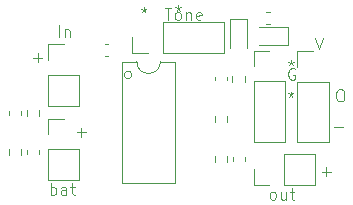
<source format=gbr>
%TF.GenerationSoftware,KiCad,Pcbnew,8.0.6*%
%TF.CreationDate,2024-12-31T17:28:59-06:00*%
%TF.ProjectId,OpAmpDistortion,4f70416d-7044-4697-9374-6f7274696f6e,rev?*%
%TF.SameCoordinates,Original*%
%TF.FileFunction,Legend,Top*%
%TF.FilePolarity,Positive*%
%FSLAX46Y46*%
G04 Gerber Fmt 4.6, Leading zero omitted, Abs format (unit mm)*
G04 Created by KiCad (PCBNEW 8.0.6) date 2024-12-31 17:28:59*
%MOMM*%
%LPD*%
G01*
G04 APERTURE LIST*
%ADD10C,0.100000*%
%ADD11C,0.120000*%
G04 APERTURE END LIST*
D10*
X152764227Y-85934419D02*
X153097560Y-86934419D01*
X153097560Y-86934419D02*
X153430893Y-85934419D01*
X153343884Y-97271466D02*
X154105789Y-97271466D01*
X153724836Y-97652419D02*
X153724836Y-96890514D01*
X149126741Y-99642419D02*
X149031503Y-99594800D01*
X149031503Y-99594800D02*
X148983884Y-99547180D01*
X148983884Y-99547180D02*
X148936265Y-99451942D01*
X148936265Y-99451942D02*
X148936265Y-99166228D01*
X148936265Y-99166228D02*
X148983884Y-99070990D01*
X148983884Y-99070990D02*
X149031503Y-99023371D01*
X149031503Y-99023371D02*
X149126741Y-98975752D01*
X149126741Y-98975752D02*
X149269598Y-98975752D01*
X149269598Y-98975752D02*
X149364836Y-99023371D01*
X149364836Y-99023371D02*
X149412455Y-99070990D01*
X149412455Y-99070990D02*
X149460074Y-99166228D01*
X149460074Y-99166228D02*
X149460074Y-99451942D01*
X149460074Y-99451942D02*
X149412455Y-99547180D01*
X149412455Y-99547180D02*
X149364836Y-99594800D01*
X149364836Y-99594800D02*
X149269598Y-99642419D01*
X149269598Y-99642419D02*
X149126741Y-99642419D01*
X150317217Y-98975752D02*
X150317217Y-99642419D01*
X149888646Y-98975752D02*
X149888646Y-99499561D01*
X149888646Y-99499561D02*
X149936265Y-99594800D01*
X149936265Y-99594800D02*
X150031503Y-99642419D01*
X150031503Y-99642419D02*
X150174360Y-99642419D01*
X150174360Y-99642419D02*
X150269598Y-99594800D01*
X150269598Y-99594800D02*
X150317217Y-99547180D01*
X150650551Y-98975752D02*
X151031503Y-98975752D01*
X150793408Y-98642419D02*
X150793408Y-99499561D01*
X150793408Y-99499561D02*
X150841027Y-99594800D01*
X150841027Y-99594800D02*
X150936265Y-99642419D01*
X150936265Y-99642419D02*
X151031503Y-99642419D01*
X154403884Y-93531466D02*
X155165789Y-93531466D01*
X150706741Y-90512419D02*
X150706741Y-90750514D01*
X150468646Y-90655276D02*
X150706741Y-90750514D01*
X150706741Y-90750514D02*
X150944836Y-90655276D01*
X150563884Y-90940990D02*
X150706741Y-90750514D01*
X150706741Y-90750514D02*
X150849598Y-90940990D01*
X150746741Y-87852419D02*
X150746741Y-88090514D01*
X150508646Y-87995276D02*
X150746741Y-88090514D01*
X150746741Y-88090514D02*
X150984836Y-87995276D01*
X150603884Y-88280990D02*
X150746741Y-88090514D01*
X150746741Y-88090514D02*
X150889598Y-88280990D01*
X151057693Y-88565038D02*
X150962455Y-88517419D01*
X150962455Y-88517419D02*
X150819598Y-88517419D01*
X150819598Y-88517419D02*
X150676741Y-88565038D01*
X150676741Y-88565038D02*
X150581503Y-88660276D01*
X150581503Y-88660276D02*
X150533884Y-88755514D01*
X150533884Y-88755514D02*
X150486265Y-88945990D01*
X150486265Y-88945990D02*
X150486265Y-89088847D01*
X150486265Y-89088847D02*
X150533884Y-89279323D01*
X150533884Y-89279323D02*
X150581503Y-89374561D01*
X150581503Y-89374561D02*
X150676741Y-89469800D01*
X150676741Y-89469800D02*
X150819598Y-89517419D01*
X150819598Y-89517419D02*
X150914836Y-89517419D01*
X150914836Y-89517419D02*
X151057693Y-89469800D01*
X151057693Y-89469800D02*
X151105312Y-89422180D01*
X151105312Y-89422180D02*
X151105312Y-89088847D01*
X151105312Y-89088847D02*
X150914836Y-89088847D01*
X140051027Y-83442419D02*
X140622455Y-83442419D01*
X140336741Y-84442419D02*
X140336741Y-83442419D01*
X141098646Y-84442419D02*
X141003408Y-84394800D01*
X141003408Y-84394800D02*
X140955789Y-84347180D01*
X140955789Y-84347180D02*
X140908170Y-84251942D01*
X140908170Y-84251942D02*
X140908170Y-83966228D01*
X140908170Y-83966228D02*
X140955789Y-83870990D01*
X140955789Y-83870990D02*
X141003408Y-83823371D01*
X141003408Y-83823371D02*
X141098646Y-83775752D01*
X141098646Y-83775752D02*
X141241503Y-83775752D01*
X141241503Y-83775752D02*
X141336741Y-83823371D01*
X141336741Y-83823371D02*
X141384360Y-83870990D01*
X141384360Y-83870990D02*
X141431979Y-83966228D01*
X141431979Y-83966228D02*
X141431979Y-84251942D01*
X141431979Y-84251942D02*
X141384360Y-84347180D01*
X141384360Y-84347180D02*
X141336741Y-84394800D01*
X141336741Y-84394800D02*
X141241503Y-84442419D01*
X141241503Y-84442419D02*
X141098646Y-84442419D01*
X141860551Y-83775752D02*
X141860551Y-84442419D01*
X141860551Y-83870990D02*
X141908170Y-83823371D01*
X141908170Y-83823371D02*
X142003408Y-83775752D01*
X142003408Y-83775752D02*
X142146265Y-83775752D01*
X142146265Y-83775752D02*
X142241503Y-83823371D01*
X142241503Y-83823371D02*
X142289122Y-83918609D01*
X142289122Y-83918609D02*
X142289122Y-84442419D01*
X143146265Y-84394800D02*
X143051027Y-84442419D01*
X143051027Y-84442419D02*
X142860551Y-84442419D01*
X142860551Y-84442419D02*
X142765313Y-84394800D01*
X142765313Y-84394800D02*
X142717694Y-84299561D01*
X142717694Y-84299561D02*
X142717694Y-83918609D01*
X142717694Y-83918609D02*
X142765313Y-83823371D01*
X142765313Y-83823371D02*
X142860551Y-83775752D01*
X142860551Y-83775752D02*
X143051027Y-83775752D01*
X143051027Y-83775752D02*
X143146265Y-83823371D01*
X143146265Y-83823371D02*
X143193884Y-83918609D01*
X143193884Y-83918609D02*
X143193884Y-84013847D01*
X143193884Y-84013847D02*
X142717694Y-84109085D01*
X141196741Y-83212419D02*
X141196741Y-83450514D01*
X140958646Y-83355276D02*
X141196741Y-83450514D01*
X141196741Y-83450514D02*
X141434836Y-83355276D01*
X141053884Y-83640990D02*
X141196741Y-83450514D01*
X141196741Y-83450514D02*
X141339598Y-83640990D01*
X138256741Y-83352419D02*
X138256741Y-83590514D01*
X138018646Y-83495276D02*
X138256741Y-83590514D01*
X138256741Y-83590514D02*
X138494836Y-83495276D01*
X138113884Y-83780990D02*
X138256741Y-83590514D01*
X138256741Y-83590514D02*
X138399598Y-83780990D01*
X137275576Y-89095576D02*
G75*
G02*
X136624424Y-89095576I-325576J0D01*
G01*
X136624424Y-89095576D02*
G75*
G02*
X137275576Y-89095576I325576J0D01*
G01*
X128933884Y-87641466D02*
X129695789Y-87641466D01*
X129314836Y-88022419D02*
X129314836Y-87260514D01*
X131103884Y-85902419D02*
X131103884Y-84902419D01*
X131580074Y-85235752D02*
X131580074Y-85902419D01*
X131580074Y-85330990D02*
X131627693Y-85283371D01*
X131627693Y-85283371D02*
X131722931Y-85235752D01*
X131722931Y-85235752D02*
X131865788Y-85235752D01*
X131865788Y-85235752D02*
X131961026Y-85283371D01*
X131961026Y-85283371D02*
X132008645Y-85378609D01*
X132008645Y-85378609D02*
X132008645Y-85902419D01*
X132613884Y-93961466D02*
X133375789Y-93961466D01*
X132994836Y-94342419D02*
X132994836Y-93580514D01*
X130393884Y-99252419D02*
X130393884Y-98252419D01*
X130393884Y-98633371D02*
X130489122Y-98585752D01*
X130489122Y-98585752D02*
X130679598Y-98585752D01*
X130679598Y-98585752D02*
X130774836Y-98633371D01*
X130774836Y-98633371D02*
X130822455Y-98680990D01*
X130822455Y-98680990D02*
X130870074Y-98776228D01*
X130870074Y-98776228D02*
X130870074Y-99061942D01*
X130870074Y-99061942D02*
X130822455Y-99157180D01*
X130822455Y-99157180D02*
X130774836Y-99204800D01*
X130774836Y-99204800D02*
X130679598Y-99252419D01*
X130679598Y-99252419D02*
X130489122Y-99252419D01*
X130489122Y-99252419D02*
X130393884Y-99204800D01*
X131727217Y-99252419D02*
X131727217Y-98728609D01*
X131727217Y-98728609D02*
X131679598Y-98633371D01*
X131679598Y-98633371D02*
X131584360Y-98585752D01*
X131584360Y-98585752D02*
X131393884Y-98585752D01*
X131393884Y-98585752D02*
X131298646Y-98633371D01*
X131727217Y-99204800D02*
X131631979Y-99252419D01*
X131631979Y-99252419D02*
X131393884Y-99252419D01*
X131393884Y-99252419D02*
X131298646Y-99204800D01*
X131298646Y-99204800D02*
X131251027Y-99109561D01*
X131251027Y-99109561D02*
X131251027Y-99014323D01*
X131251027Y-99014323D02*
X131298646Y-98919085D01*
X131298646Y-98919085D02*
X131393884Y-98871466D01*
X131393884Y-98871466D02*
X131631979Y-98871466D01*
X131631979Y-98871466D02*
X131727217Y-98823847D01*
X132060551Y-98585752D02*
X132441503Y-98585752D01*
X132203408Y-98252419D02*
X132203408Y-99109561D01*
X132203408Y-99109561D02*
X132251027Y-99204800D01*
X132251027Y-99204800D02*
X132346265Y-99252419D01*
X132346265Y-99252419D02*
X132441503Y-99252419D01*
X154824360Y-90322419D02*
X155014836Y-90322419D01*
X155014836Y-90322419D02*
X155110074Y-90370038D01*
X155110074Y-90370038D02*
X155205312Y-90465276D01*
X155205312Y-90465276D02*
X155252931Y-90655752D01*
X155252931Y-90655752D02*
X155252931Y-90989085D01*
X155252931Y-90989085D02*
X155205312Y-91179561D01*
X155205312Y-91179561D02*
X155110074Y-91274800D01*
X155110074Y-91274800D02*
X155014836Y-91322419D01*
X155014836Y-91322419D02*
X154824360Y-91322419D01*
X154824360Y-91322419D02*
X154729122Y-91274800D01*
X154729122Y-91274800D02*
X154633884Y-91179561D01*
X154633884Y-91179561D02*
X154586265Y-90989085D01*
X154586265Y-90989085D02*
X154586265Y-90655752D01*
X154586265Y-90655752D02*
X154633884Y-90465276D01*
X154633884Y-90465276D02*
X154729122Y-90370038D01*
X154729122Y-90370038D02*
X154824360Y-90322419D01*
D11*
%TO.C,RV1*%
X147570000Y-87045000D02*
X148900000Y-87045000D01*
X147570000Y-88375000D02*
X147570000Y-87045000D01*
X147570000Y-89645000D02*
X147570000Y-94785000D01*
X147570000Y-89645000D02*
X150230000Y-89645000D01*
X147570000Y-94785000D02*
X150230000Y-94785000D01*
X150230000Y-89645000D02*
X150230000Y-94785000D01*
%TO.C,C6*%
X148946267Y-83790000D02*
X148653733Y-83790000D01*
X148946267Y-84810000D02*
X148653733Y-84810000D01*
%TO.C,D1*%
X148000000Y-86535000D02*
X150460000Y-86535000D01*
X150460000Y-85065000D02*
X148000000Y-85065000D01*
X150460000Y-86535000D02*
X150460000Y-85065000D01*
%TO.C,C4*%
X145790000Y-96053733D02*
X145790000Y-96346267D01*
X146810000Y-96053733D02*
X146810000Y-96346267D01*
%TO.C,RV3*%
X137290000Y-87230000D02*
X137290000Y-85900000D01*
X138620000Y-87230000D02*
X137290000Y-87230000D01*
X139890000Y-84570000D02*
X145030000Y-84570000D01*
X139890000Y-87230000D02*
X139890000Y-84570000D01*
X139890000Y-87230000D02*
X145030000Y-87230000D01*
X145030000Y-87230000D02*
X145030000Y-84570000D01*
%TO.C,J1*%
X130170000Y-86495000D02*
X131500000Y-86495000D01*
X130170000Y-87825000D02*
X130170000Y-86495000D01*
X130170000Y-89095000D02*
X130170000Y-91695000D01*
X130170000Y-89095000D02*
X132830000Y-89095000D01*
X130170000Y-91695000D02*
X132830000Y-91695000D01*
X132830000Y-89095000D02*
X132830000Y-91695000D01*
%TO.C,R4*%
X144277500Y-93054724D02*
X144277500Y-92545276D01*
X145322500Y-93054724D02*
X145322500Y-92545276D01*
%TO.C,U1*%
X136435000Y-87970000D02*
X136435000Y-98250000D01*
X136435000Y-98250000D02*
X140935000Y-98250000D01*
X137685000Y-87970000D02*
X136435000Y-87970000D01*
X140935000Y-87970000D02*
X139685000Y-87970000D01*
X140935000Y-98250000D02*
X140935000Y-87970000D01*
X139685000Y-87970000D02*
G75*
G02*
X137685000Y-87970000I-1000000J0D01*
G01*
%TO.C,R3*%
X144277500Y-96454724D02*
X144277500Y-95945276D01*
X145322500Y-96454724D02*
X145322500Y-95945276D01*
%TO.C,RV2*%
X151273200Y-87062000D02*
X152603200Y-87062000D01*
X151273200Y-88392000D02*
X151273200Y-87062000D01*
X151273200Y-89662000D02*
X151273200Y-94802000D01*
X151273200Y-89662000D02*
X153933200Y-89662000D01*
X151273200Y-94802000D02*
X153933200Y-94802000D01*
X153933200Y-89662000D02*
X153933200Y-94802000D01*
%TO.C,R1*%
X128377500Y-92045276D02*
X128377500Y-92554724D01*
X129422500Y-92045276D02*
X129422500Y-92554724D01*
%TO.C,C3*%
X134953733Y-86490000D02*
X135246267Y-86490000D01*
X134953733Y-87510000D02*
X135246267Y-87510000D01*
%TO.C,C2*%
X128390000Y-95453733D02*
X128390000Y-95746267D01*
X129410000Y-95453733D02*
X129410000Y-95746267D01*
%TO.C,C5*%
X144290000Y-89546267D02*
X144290000Y-89253733D01*
X145310000Y-89546267D02*
X145310000Y-89253733D01*
%TO.C,J2*%
X147570000Y-98430000D02*
X147570000Y-97100000D01*
X148900000Y-98430000D02*
X147570000Y-98430000D01*
X150170000Y-95770000D02*
X152770000Y-95770000D01*
X150170000Y-98430000D02*
X150170000Y-95770000D01*
X150170000Y-98430000D02*
X152770000Y-98430000D01*
X152770000Y-98430000D02*
X152770000Y-95770000D01*
%TO.C,R5*%
X145777500Y-89654724D02*
X145777500Y-89145276D01*
X146822500Y-89654724D02*
X146822500Y-89145276D01*
%TO.C,BT1*%
X130170000Y-92795000D02*
X131500000Y-92795000D01*
X130170000Y-94125000D02*
X130170000Y-92795000D01*
X130170000Y-95395000D02*
X130170000Y-97995000D01*
X130170000Y-95395000D02*
X132830000Y-95395000D01*
X130170000Y-97995000D02*
X132830000Y-97995000D01*
X132830000Y-95395000D02*
X132830000Y-97995000D01*
%TO.C,C1*%
X126890000Y-92153733D02*
X126890000Y-92446267D01*
X127910000Y-92153733D02*
X127910000Y-92446267D01*
%TO.C,D2*%
X145565000Y-84340000D02*
X145565000Y-86800000D01*
X147035000Y-84340000D02*
X145565000Y-84340000D01*
X147035000Y-86800000D02*
X147035000Y-84340000D01*
%TO.C,R2*%
X126877500Y-95345276D02*
X126877500Y-95854724D01*
X127922500Y-95345276D02*
X127922500Y-95854724D01*
%TD*%
M02*

</source>
